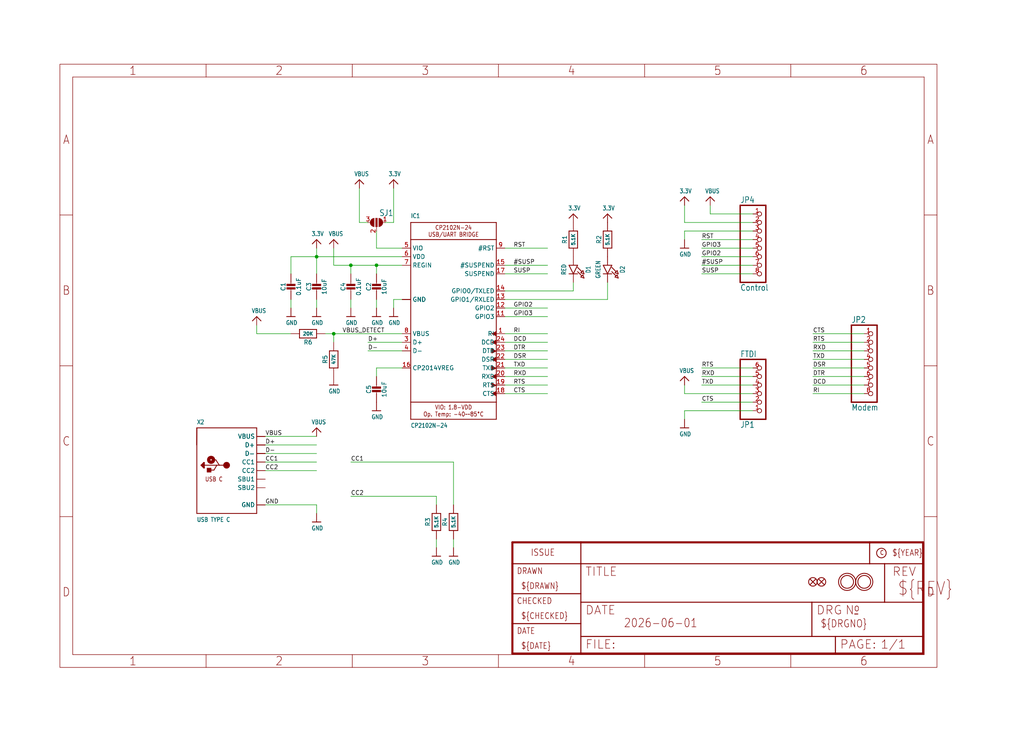
<source format=kicad_sch>
(kicad_sch (version 20230121) (generator eeschema)
  (paper "User" 303.962 217.322)
  (lib_symbols
    (symbol "working-eagle-import:3.3V" (power)
      (property "Value" "3.3V" (at -1.524 1.016 0))
      (symbol "3.3V_1_0"
        (polyline (pts (xy -1.27 -1.27) (xy 0 0)) (stroke (width 0.254)))
        (polyline (pts (xy 0 0) (xy 1.27 -1.27)) (stroke (width 0.254)))
        (pin power_in line (at 0 -2.54 90) (length 2.54) (name "3.3V") (number "1"))
      )
    )
    (symbol "working-eagle-import:CAP_CERAMIC0603_NO"
      (property "Reference" "C" (at -2.29 1.25 90))
      (symbol "CAP_CERAMIC0603_NO_1_0"
        (rectangle (start -1.27 0.508) (end 1.27 1.016) (fill (type outline)))
        (rectangle (start -1.27 1.524) (end 1.27 2.032) (fill (type outline)))
        (polyline (pts (xy 0 0.762) (xy 0 0)) (stroke (width 0.1524)))
        (polyline (pts (xy 0 2.54) (xy 0 1.778)) (stroke (width 0.1524)))
        (pin passive line (at 0 5.08 270) (length 2.54) (name "1") (number "1"))
        (pin passive line (at 0 -2.54 90) (length 2.54) (name "2") (number "2"))
      )
    )
    (symbol "working-eagle-import:CAP_CERAMIC0805-NOOUTLINE"
      (property "Reference" "C" (at -2.29 1.25 90))
      (symbol "CAP_CERAMIC0805-NOOUTLINE_1_0"
        (rectangle (start -1.27 0.508) (end 1.27 1.016) (fill (type outline)))
        (rectangle (start -1.27 1.524) (end 1.27 2.032) (fill (type outline)))
        (polyline (pts (xy 0 0.762) (xy 0 0)) (stroke (width 0.1524)))
        (polyline (pts (xy 0 2.54) (xy 0 1.778)) (stroke (width 0.1524)))
        (pin passive line (at 0 5.08 270) (length 2.54) (name "1") (number "1"))
        (pin passive line (at 0 -2.54 90) (length 2.54) (name "2") (number "2"))
      )
    )
    (symbol "working-eagle-import:CP2102N-24"
      (property "Reference" "IC" (at -12.7 29.21 0))
      (symbol "CP2102N-24_1_0"
        (polyline (pts (xy -12.7 -30.48) (xy 12.7 -30.48)) (stroke (width 0.254)))
        (polyline (pts (xy -12.7 -25.4) (xy -12.7 -30.48)) (stroke (width 0.254)))
        (polyline (pts (xy -12.7 -25.4) (xy -12.7 22.86)) (stroke (width 0.254)))
        (polyline (pts (xy -12.7 22.86) (xy -12.7 27.94)) (stroke (width 0.254)))
        (polyline (pts (xy -12.7 22.86) (xy 12.7 22.86)) (stroke (width 0.254)))
        (polyline (pts (xy -12.7 27.94) (xy 12.7 27.94)) (stroke (width 0.254)))
        (polyline (pts (xy 12.7 -30.48) (xy 12.7 -25.4)) (stroke (width 0.254)))
        (polyline (pts (xy 12.7 -25.4) (xy -12.7 -25.4)) (stroke (width 0.254)))
        (polyline (pts (xy 12.7 22.86) (xy 12.7 -25.4)) (stroke (width 0.254)))
        (polyline (pts (xy 12.7 27.94) (xy 12.7 22.86)) (stroke (width 0.254)))
        (polyline (pts (xy 11.43 -19.685) (xy 11.43 -20.955) (xy 12.7 -20.32)) (stroke (width 0.254)) (fill (type outline)))
        (polyline (pts (xy 11.43 -14.605) (xy 11.43 -15.875) (xy 12.7 -15.24)) (stroke (width 0.254)) (fill (type outline)))
        (polyline (pts (xy 11.43 -9.525) (xy 11.43 -10.795) (xy 12.7 -10.16)) (stroke (width 0.254)) (fill (type outline)))
        (polyline (pts (xy 12.7 -22.225) (xy 11.43 -22.86) (xy 12.7 -23.495)) (stroke (width 0.254)) (fill (type outline)))
        (polyline (pts (xy 12.7 -17.145) (xy 11.43 -17.78) (xy 12.7 -18.415)) (stroke (width 0.254)) (fill (type outline)))
        (polyline (pts (xy 12.7 -12.065) (xy 11.43 -12.7) (xy 12.7 -13.335)) (stroke (width 0.254)) (fill (type outline)))
        (polyline (pts (xy 12.7 -6.985) (xy 11.43 -7.62) (xy 12.7 -8.255)) (stroke (width 0.254)) (fill (type outline)))
        (polyline (pts (xy 12.7 -4.445) (xy 11.43 -5.08) (xy 12.7 -5.715)) (stroke (width 0.254)) (fill (type outline)))
        (text "CP2102N-24\nUSB/UART BRIDGE" (at 0 25.4 0) (effects (font (size 1.27 1.0795))))
        (text "VIO: 1.8-VDD\nOp. Temp: -40~~85°C" (at 0 -27.94 0) (effects (font (size 1.27 1.0795))))
        (pin input line (at 15.24 -5.08 180) (length 2.54) (name "RI") (number "1"))
        (pin bidirectional line (at 15.24 0 180) (length 2.54) (name "GPIO3") (number "11"))
        (pin bidirectional line (at 15.24 2.54 180) (length 2.54) (name "GPIO2") (number "12"))
        (pin bidirectional line (at 15.24 5.08 180) (length 2.54) (name "GPIO1/RXLED") (number "13"))
        (pin bidirectional line (at 15.24 7.62 180) (length 2.54) (name "GPIO0/TXLED") (number "14"))
        (pin output line (at 15.24 15.24 180) (length 2.54) (name "#SUSPEND") (number "15"))
        (pin passive line (at -15.24 -15.24 0) (length 2.54) (name "CP2014VREG") (number "16"))
        (pin output line (at 15.24 12.7 180) (length 2.54) (name "SUSPEND") (number "17"))
        (pin input line (at 15.24 -22.86 180) (length 2.54) (name "CTS") (number "18"))
        (pin output line (at 15.24 -20.32 180) (length 2.54) (name "RTS") (number "19"))
        (pin power_in line (at -15.24 5.08 0) (length 2.54) (name "GND") (number "2"))
        (pin input line (at 15.24 -17.78 180) (length 2.54) (name "RXD") (number "20"))
        (pin output line (at 15.24 -15.24 180) (length 2.54) (name "TXD") (number "21"))
        (pin input line (at 15.24 -12.7 180) (length 2.54) (name "DSR") (number "22"))
        (pin output line (at 15.24 -10.16 180) (length 2.54) (name "DTR") (number "23"))
        (pin input line (at 15.24 -7.62 180) (length 2.54) (name "DCD") (number "24"))
        (pin bidirectional line (at -15.24 -7.62 0) (length 2.54) (name "D+") (number "3"))
        (pin bidirectional line (at -15.24 -10.16 0) (length 2.54) (name "D-") (number "4"))
        (pin power_in line (at -15.24 20.32 0) (length 2.54) (name "VIO") (number "5"))
        (pin power_in line (at -15.24 17.78 0) (length 2.54) (name "VDD") (number "6"))
        (pin power_in line (at -15.24 15.24 0) (length 2.54) (name "REGIN") (number "7"))
        (pin power_in line (at -15.24 -5.08 0) (length 2.54) (name "VBUS") (number "8"))
        (pin bidirectional line (at 15.24 20.32 180) (length 2.54) (name "#RST") (number "9"))
        (pin power_in line (at -15.24 5.08 0) (length 2.54) (name "GND") (number "THERM"))
      )
    )
    (symbol "working-eagle-import:FIDUCIAL_1MM"
      (symbol "FIDUCIAL_1MM_1_0"
        (polyline (pts (xy -0.762 0.762) (xy 0.762 -0.762)) (stroke (width 0.254)))
        (polyline (pts (xy 0.762 0.762) (xy -0.762 -0.762)) (stroke (width 0.254)))
        (circle (center 0 0) (radius 1.27) (stroke (width 0.254)))
      )
    )
    (symbol "working-eagle-import:FRAME_A4"
      (symbol "FRAME_A4_1_0"
        (polyline (pts (xy 0 44.7675) (xy 3.81 44.7675)))
        (polyline (pts (xy 0 89.535) (xy 3.81 89.535)))
        (polyline (pts (xy 0 134.3025) (xy 3.81 134.3025)))
        (polyline (pts (xy 3.81 3.81) (xy 3.81 175.26)))
        (polyline (pts (xy 43.3917 0) (xy 43.3917 3.81)))
        (polyline (pts (xy 43.3917 175.26) (xy 43.3917 179.07)))
        (polyline (pts (xy 86.7833 0) (xy 86.7833 3.81)))
        (polyline (pts (xy 86.7833 175.26) (xy 86.7833 179.07)))
        (polyline (pts (xy 130.175 0) (xy 130.175 3.81)))
        (polyline (pts (xy 130.175 175.26) (xy 130.175 179.07)))
        (polyline (pts (xy 173.5667 0) (xy 173.5667 3.81)))
        (polyline (pts (xy 173.5667 175.26) (xy 173.5667 179.07)))
        (polyline (pts (xy 216.9583 0) (xy 216.9583 3.81)))
        (polyline (pts (xy 216.9583 175.26) (xy 216.9583 179.07)))
        (polyline (pts (xy 256.54 3.81) (xy 3.81 3.81)))
        (polyline (pts (xy 256.54 3.81) (xy 256.54 8.89)) (stroke (width 0.1016)))
        (polyline (pts (xy 256.54 3.81) (xy 256.54 175.26)))
        (polyline (pts (xy 256.54 8.89) (xy 256.54 13.97)) (stroke (width 0.1016)))
        (polyline (pts (xy 256.54 13.97) (xy 256.54 19.05)) (stroke (width 0.1016)))
        (polyline (pts (xy 256.54 19.05) (xy 256.54 36.83)) (stroke (width 0.1016)))
        (polyline (pts (xy 256.54 44.7675) (xy 260.35 44.7675)))
        (polyline (pts (xy 256.54 89.535) (xy 260.35 89.535)))
        (polyline (pts (xy 256.54 134.3025) (xy 260.35 134.3025)))
        (polyline (pts (xy 256.54 175.26) (xy 3.81 175.26)))
        (polyline (pts (xy 0 0) (xy 260.35 0) (xy 260.35 179.07) (xy 0 179.07) (xy 0 0)))
        (text "1" (at 21.6958 1.905 0) (effects (font (size 2.54 2.286))))
        (text "1" (at 21.6958 177.165 0) (effects (font (size 2.54 2.286))))
        (text "2" (at 65.0875 1.905 0) (effects (font (size 2.54 2.286))))
        (text "2" (at 65.0875 177.165 0) (effects (font (size 2.54 2.286))))
        (text "3" (at 108.4792 1.905 0) (effects (font (size 2.54 2.286))))
        (text "3" (at 108.4792 177.165 0) (effects (font (size 2.54 2.286))))
        (text "4" (at 151.8708 1.905 0) (effects (font (size 2.54 2.286))))
        (text "4" (at 151.8708 177.165 0) (effects (font (size 2.54 2.286))))
        (text "5" (at 195.2625 1.905 0) (effects (font (size 2.54 2.286))))
        (text "5" (at 195.2625 177.165 0) (effects (font (size 2.54 2.286))))
        (text "6" (at 238.6542 1.905 0) (effects (font (size 2.54 2.286))))
        (text "6" (at 238.6542 177.165 0) (effects (font (size 2.54 2.286))))
        (text "A" (at 1.905 156.6863 0) (effects (font (size 2.54 2.286))))
        (text "A" (at 258.445 156.6863 0) (effects (font (size 2.54 2.286))))
        (text "B" (at 1.905 111.9188 0) (effects (font (size 2.54 2.286))))
        (text "B" (at 258.445 111.9188 0) (effects (font (size 2.54 2.286))))
        (text "C" (at 1.905 67.1513 0) (effects (font (size 2.54 2.286))))
        (text "C" (at 258.445 67.1513 0) (effects (font (size 2.54 2.286))))
        (text "D" (at 1.905 22.3838 0) (effects (font (size 2.54 2.286))))
        (text "D" (at 258.445 22.3838 0) (effects (font (size 2.54 2.286))))
      )
      (symbol "FRAME_A4_2_0"
        (polyline (pts (xy -0.3048 1.5748) (xy 20.0152 1.5748)) (stroke (width 0.6096)))
        (polyline (pts (xy -0.3048 10.4648) (xy -0.3048 1.5748)) (stroke (width 0.6096)))
        (polyline (pts (xy -0.3048 10.4648) (xy 20.0152 10.4648)) (stroke (width 0.3048)))
        (polyline (pts (xy -0.3048 19.3548) (xy -0.3048 10.4648)) (stroke (width 0.6096)))
        (polyline (pts (xy -0.3048 19.3548) (xy 20.0152 19.3548)) (stroke (width 0.3048)))
        (polyline (pts (xy -0.3048 28.2448) (xy -0.3048 19.3548)) (stroke (width 0.6096)))
        (polyline (pts (xy -0.3048 28.2448) (xy 20.0152 28.2448)) (stroke (width 0.3048)))
        (polyline (pts (xy -0.3048 34.5948) (xy -0.3048 28.2448)) (stroke (width 0.6096)))
        (polyline (pts (xy 20.0152 1.5748) (xy 20.0152 6.6548)) (stroke (width 0.3048)))
        (polyline (pts (xy 20.0152 1.5748) (xy 95.5802 1.5748)) (stroke (width 0.6096)))
        (polyline (pts (xy 20.0152 6.6548) (xy 20.0152 10.4648)) (stroke (width 0.3048)))
        (polyline (pts (xy 20.0152 6.6548) (xy 88.5952 6.6548)) (stroke (width 0.3048)))
        (polyline (pts (xy 20.0152 10.4648) (xy 20.0152 16.8148)) (stroke (width 0.3048)))
        (polyline (pts (xy 20.0152 16.8148) (xy 20.0152 19.3548)) (stroke (width 0.3048)))
        (polyline (pts (xy 20.0152 19.3548) (xy 20.0152 28.2448)) (stroke (width 0.3048)))
        (polyline (pts (xy 20.0152 28.2448) (xy 20.0152 34.5948)) (stroke (width 0.3048)))
        (polyline (pts (xy 20.0152 28.2448) (xy 105.7402 28.2448)) (stroke (width 0.3048)))
        (polyline (pts (xy 20.0152 34.5948) (xy -0.3048 34.5948)) (stroke (width 0.6096)))
        (polyline (pts (xy 88.5952 6.6548) (xy 95.5802 6.6548)) (stroke (width 0.3048)))
        (polyline (pts (xy 88.5952 16.8148) (xy 20.0152 16.8148)) (stroke (width 0.3048)))
        (polyline (pts (xy 88.5952 16.8148) (xy 88.5952 6.6548)) (stroke (width 0.3048)))
        (polyline (pts (xy 95.5802 1.5748) (xy 121.6152 1.5748)) (stroke (width 0.6096)))
        (polyline (pts (xy 95.5802 6.6548) (xy 95.5802 1.5748)) (stroke (width 0.3048)))
        (polyline (pts (xy 95.5802 6.6548) (xy 121.6152 6.6548)) (stroke (width 0.3048)))
        (polyline (pts (xy 101.2952 13.3223) (xy 102.2477 13.3223)) (stroke (width 0.254)))
        (polyline (pts (xy 105.7402 28.2448) (xy 105.7402 34.5948)) (stroke (width 0.3048)))
        (polyline (pts (xy 105.7402 28.2448) (xy 110.1852 28.2448)) (stroke (width 0.3048)))
        (polyline (pts (xy 105.7402 34.5948) (xy 20.0152 34.5948)) (stroke (width 0.6096)))
        (polyline (pts (xy 110.1852 16.8148) (xy 88.5952 16.8148)) (stroke (width 0.3048)))
        (polyline (pts (xy 110.1852 28.2448) (xy 110.1852 16.8148)) (stroke (width 0.3048)))
        (polyline (pts (xy 110.1852 28.2448) (xy 121.6152 28.2448)) (stroke (width 0.3048)))
        (polyline (pts (xy 121.6152 6.6548) (xy 121.6152 1.5748)) (stroke (width 0.6096)))
        (polyline (pts (xy 121.6152 16.8148) (xy 110.1852 16.8148)) (stroke (width 0.3048)))
        (polyline (pts (xy 121.6152 16.8148) (xy 121.6152 6.6548)) (stroke (width 0.6096)))
        (polyline (pts (xy 121.6152 28.2448) (xy 121.6152 16.8148)) (stroke (width 0.6096)))
        (polyline (pts (xy 121.6152 34.5948) (xy 105.7402 34.5948)) (stroke (width 0.6096)))
        (polyline (pts (xy 121.6152 34.5948) (xy 121.6152 28.2448)) (stroke (width 0.6096)))
        (circle (center 109.2327 31.4198) (radius 1.4199) (stroke (width 0.254)))
        (text "${#}/${##}" (at 108.9152 2.8448 0) (effects (font (size 2.54 2.54)) (justify left bottom)))
        (text "${CHECKED}" (at 2.2352 11.7348 0) (effects (font (size 1.778 1.5113)) (justify left bottom)))
        (text "${COMPANY}" (at 23.349 29.6735 0) (effects (font (size 3.175 2.6987) (thickness 0.5397) bold) (justify left bottom)))
        (text "${CURRENT_DATE}" (at 32.7152 9.1948 0) (effects (font (size 2.54 2.159)) (justify left bottom)))
        (text "${DATE}" (at 2.2352 2.8448 0) (effects (font (size 1.778 1.5113)) (justify left bottom)))
        (text "${DRAWN}" (at 2.2352 20.6248 0) (effects (font (size 1.778 1.5113)) (justify left bottom)))
        (text "${DRGNO}" (at 91.1352 9.1948 0) (effects (font (size 2.1844 1.8567)) (justify left bottom)))
        (text "${PROJECTNAME}" (at 33.0327 2.8448 0) (effects (font (size 2.54 2.159)) (justify left bottom)))
        (text "${REV}" (at 113.9952 18.7198 0) (effects (font (size 3.81 3.2385)) (justify left bottom)))
        (text "${YEAR}" (at 112.4077 30.4673 0) (effects (font (size 1.778 1.5113)) (justify left bottom)))
        (text "C" (at 108.7564 30.7848 0) (effects (font (size 1.27 1.0795)) (justify left bottom)))
        (text "CHECKED" (at 0.9652 16.1798 0) (effects (font (size 1.778 1.5113)) (justify left bottom)))
        (text "DATE" (at 0.9652 7.2898 0) (effects (font (size 1.778 1.5113)) (justify left bottom)))
        (text "DATE" (at 21.2852 13.0048 0) (effects (font (size 2.54 2.54)) (justify left bottom)))
        (text "DRAWN" (at 0.9652 25.0698 0) (effects (font (size 1.778 1.5113)) (justify left bottom)))
        (text "DRG" (at 89.8652 13.0048 0) (effects (font (size 2.54 2.54)) (justify left bottom)))
        (text "FILE:" (at 21.2852 2.8448 0) (effects (font (size 2.54 2.54)) (justify left bottom)))
        (text "ISSUE" (at 5.0927 30.4673 0) (effects (font (size 1.9304 1.6408)) (justify left bottom)))
        (text "N" (at 98.4377 13.0048 0) (effects (font (size 2.54 2.54)) (justify left bottom)))
        (text "o" (at 100.9777 13.9573 0) (effects (font (size 2.1844 1.8567)) (justify left bottom)))
        (text "PAGE:" (at 96.8502 2.8448 0) (effects (font (size 2.54 2.54)) (justify left bottom)))
        (text "REV" (at 112.4077 24.4348 0) (effects (font (size 2.54 2.54)) (justify left bottom)))
        (text "TITLE" (at 21.2852 24.4348 0) (effects (font (size 2.54 2.54)) (justify left bottom)))
      )
    )
    (symbol "working-eagle-import:GND" (power)
      (property "Value" "GND" (at -1.524 -2.54 0))
      (symbol "GND_1_0"
        (polyline (pts (xy -1.27 0) (xy 1.27 0)) (stroke (width 0.254)))
        (pin power_in line (at 0 2.54 270) (length 2.54) (name "GND") (number "1"))
      )
    )
    (symbol "working-eagle-import:HEADER-1X676MIL"
      (property "Reference" "JP" (at -6.35 10.795 0))
      (symbol "HEADER-1X676MIL_1_0"
        (polyline (pts (xy -6.35 -7.62) (xy 1.27 -7.62)) (stroke (width 0.4064)))
        (polyline (pts (xy -6.35 10.16) (xy -6.35 -7.62)) (stroke (width 0.4064)))
        (polyline (pts (xy 1.27 -7.62) (xy 1.27 10.16)) (stroke (width 0.4064)))
        (polyline (pts (xy 1.27 10.16) (xy -6.35 10.16)) (stroke (width 0.4064)))
        (pin passive inverted (at -2.54 7.62 0) (length 2.54) (name "1") (number "1"))
        (pin passive inverted (at -2.54 5.08 0) (length 2.54) (name "2") (number "2"))
        (pin passive inverted (at -2.54 2.54 0) (length 2.54) (name "3") (number "3"))
        (pin passive inverted (at -2.54 0 0) (length 2.54) (name "4") (number "4"))
        (pin passive inverted (at -2.54 -2.54 0) (length 2.54) (name "5") (number "5"))
        (pin passive inverted (at -2.54 -5.08 0) (length 2.54) (name "6") (number "6"))
      )
    )
    (symbol "working-eagle-import:HEADER-1X870MIL"
      (property "Reference" "JP" (at -6.35 13.335 0))
      (symbol "HEADER-1X870MIL_1_0"
        (polyline (pts (xy -6.35 -10.16) (xy 1.27 -10.16)) (stroke (width 0.4064)))
        (polyline (pts (xy -6.35 12.7) (xy -6.35 -10.16)) (stroke (width 0.4064)))
        (polyline (pts (xy 1.27 -10.16) (xy 1.27 12.7)) (stroke (width 0.4064)))
        (polyline (pts (xy 1.27 12.7) (xy -6.35 12.7)) (stroke (width 0.4064)))
        (pin passive inverted (at -2.54 10.16 0) (length 2.54) (name "1") (number "1"))
        (pin passive inverted (at -2.54 7.62 0) (length 2.54) (name "2") (number "2"))
        (pin passive inverted (at -2.54 5.08 0) (length 2.54) (name "3") (number "3"))
        (pin passive inverted (at -2.54 2.54 0) (length 2.54) (name "4") (number "4"))
        (pin passive inverted (at -2.54 0 0) (length 2.54) (name "5") (number "5"))
        (pin passive inverted (at -2.54 -2.54 0) (length 2.54) (name "6") (number "6"))
        (pin passive inverted (at -2.54 -5.08 0) (length 2.54) (name "7") (number "7"))
        (pin passive inverted (at -2.54 -7.62 0) (length 2.54) (name "8") (number "8"))
      )
    )
    (symbol "working-eagle-import:LED0603_NOOUTLINE"
      (property "Reference" "D" (at -1.27 4.445 0))
      (symbol "LED0603_NOOUTLINE_1_0"
        (polyline (pts (xy -2.54 -1.27) (xy 0 0)) (stroke (width 0.254)))
        (polyline (pts (xy -2.54 1.27) (xy -2.54 -1.27)) (stroke (width 0.254)))
        (polyline (pts (xy -1.905 1.27) (xy -0.635 2.54)) (stroke (width 0.254)))
        (polyline (pts (xy -0.9525 2.8575) (xy -0.3175 2.2225)) (stroke (width 0.254)))
        (polyline (pts (xy -0.635 1.27) (xy 0.635 2.54)) (stroke (width 0.254)))
        (polyline (pts (xy -0.3175 2.2225) (xy 0 3.175)) (stroke (width 0.254)))
        (polyline (pts (xy 0 0) (xy -2.54 1.27)) (stroke (width 0.254)))
        (polyline (pts (xy 0 0) (xy 0 -1.27)) (stroke (width 0.254)))
        (polyline (pts (xy 0 1.27) (xy 0 0)) (stroke (width 0.254)))
        (polyline (pts (xy 0 3.175) (xy -0.9525 2.8575)) (stroke (width 0.254)))
        (polyline (pts (xy 0.3175 2.8575) (xy 0.9525 2.2225)) (stroke (width 0.254)))
        (polyline (pts (xy 0.9525 2.2225) (xy 1.27 3.175)) (stroke (width 0.254)))
        (polyline (pts (xy 1.27 3.175) (xy 0.3175 2.8575)) (stroke (width 0.254)))
        (pin passive line (at -5.08 0 0) (length 2.54) (name "A") (number "A"))
        (pin passive line (at 2.54 0 180) (length 2.54) (name "C") (number "C"))
      )
    )
    (symbol "working-eagle-import:MOUNTINGHOLE2.5"
      (symbol "MOUNTINGHOLE2.5_1_0"
        (circle (center 0 0) (radius 1.905) (stroke (width 0.254)))
        (circle (center 0 0) (radius 2.54) (stroke (width 0.254)))
      )
    )
    (symbol "working-eagle-import:RESISTOR_0603_NOOUT"
      (property "Reference" "R" (at 0 2.54 0))
      (symbol "RESISTOR_0603_NOOUT_1_0"
        (polyline (pts (xy -2.54 -1.27) (xy -2.54 1.27)) (stroke (width 0.254)))
        (polyline (pts (xy -2.54 1.27) (xy 2.54 1.27)) (stroke (width 0.254)))
        (polyline (pts (xy 2.54 -1.27) (xy -2.54 -1.27)) (stroke (width 0.254)))
        (polyline (pts (xy 2.54 1.27) (xy 2.54 -1.27)) (stroke (width 0.254)))
        (pin passive line (at -5.08 0 0) (length 2.54) (name "1") (number "1"))
        (pin passive line (at 5.08 0 180) (length 2.54) (name "2") (number "2"))
      )
    )
    (symbol "working-eagle-import:SOLDERJUMPER_2WAY"
      (property "Reference" "SJ" (at -5.08 -3.81 0))
      (symbol "SOLDERJUMPER_2WAY_1_0"
        (arc (start -0.635 1.27) (mid -1.8995 0) (end -0.635 -1.27) (stroke (width 0.0001)) (fill (type outline)))
        (rectangle (start -0.254 -1.27) (end 0.254 1.27) (fill (type outline)))
        (polyline (pts (xy -2.54 0) (xy -1.651 0)) (stroke (width 0.1524)))
        (polyline (pts (xy 0 2.54) (xy 0 0.381)) (stroke (width 0.1524)))
        (polyline (pts (xy 2.54 0) (xy 1.651 0)) (stroke (width 0.1524)))
        (arc (start 0.635 -1.27) (mid 1.8995 0) (end 0.635 1.27) (stroke (width 0.0001)) (fill (type outline)))
        (pin passive line (at -2.54 0 0) (length 0) (name "1") (number "1"))
        (pin passive line (at 0 2.54 270) (length 0) (name "2") (number "2"))
        (pin passive line (at 2.54 0 180) (length 0) (name "3") (number "3"))
      )
    )
    (symbol "working-eagle-import:USB_C"
      (property "Reference" "X" (at -10.16 13.716 0))
      (symbol "USB_C_1_0"
        (rectangle (start -7.12 -0.45) (end -5.92 0.75) (fill (type outline)))
        (circle (center -5.92 3.2) (radius 0.2) (stroke (width 1)))
        (circle (center -1.32 1.6) (radius 0.5) (stroke (width 1)))
        (polyline (pts (xy -10.2 7.62) (xy -10.16 12.7)) (stroke (width 0.254)))
        (polyline (pts (xy -10.16 -12.7) (xy 7.62 -12.7)) (stroke (width 0.254)))
        (polyline (pts (xy -10.16 12.7) (xy -10.16 -12.7)) (stroke (width 0.254)))
        (polyline (pts (xy -10.16 12.7) (xy 7.62 12.7)) (stroke (width 0.254)))
        (polyline (pts (xy -8.92 1.6) (xy -8.12 2.4)) (stroke (width 0.254)))
        (polyline (pts (xy -8.52 1.4) (xy -8.32 1.2)) (stroke (width 0.254)))
        (polyline (pts (xy -8.52 1.6) (xy -8.52 1.4)) (stroke (width 0.254)))
        (polyline (pts (xy -8.32 1.2) (xy -8.32 2)) (stroke (width 0.254)))
        (polyline (pts (xy -8.32 2) (xy -8.72 1.6)) (stroke (width 0.254)))
        (polyline (pts (xy -8.12 0.8) (xy -8.92 1.6)) (stroke (width 0.254)))
        (polyline (pts (xy -8.12 1) (xy -8.12 2.4)) (stroke (width 0.254)))
        (polyline (pts (xy -8.12 2.4) (xy -7.92 2.4)) (stroke (width 0.254)))
        (polyline (pts (xy -7.92 0.8) (xy -8.12 0.8)) (stroke (width 0.254)))
        (polyline (pts (xy -7.92 1.6) (xy -7.92 0.8)) (stroke (width 0.254)))
        (polyline (pts (xy -7.92 2.4) (xy -7.92 1.6)) (stroke (width 0.254)))
        (polyline (pts (xy -6.27 0.15) (xy -5.07 0.15)) (stroke (width 0.254)))
        (polyline (pts (xy -5.52 3.2) (xy -4.52 3.2)) (stroke (width 0.254)))
        (polyline (pts (xy -5.07 0.15) (xy -4.22 1.6)) (stroke (width 0.254)))
        (polyline (pts (xy -4.52 3.2) (xy -3.47 1.6)) (stroke (width 0.254)))
        (polyline (pts (xy -4.22 1.6) (xy -7.92 1.6)) (stroke (width 0.254)))
        (polyline (pts (xy -3.47 1.6) (xy -4.22 1.6)) (stroke (width 0.254)))
        (polyline (pts (xy -1.32 1.6) (xy -3.47 1.6)) (stroke (width 0.254)))
        (polyline (pts (xy 7.62 12.7) (xy 7.62 -12.7)) (stroke (width 0.254)))
        (text "USB C" (at -5.08 -2.54 0) (effects (font (size 1.27 1.0795))))
        (pin power_in line (at 10.16 -10.16 180) (length 2.54) (name "GND") (number "A1B12"))
        (pin power_in line (at 10.16 10.16 180) (length 2.54) (name "VBUS") (number "A4B9"))
        (pin bidirectional line (at 10.16 2.54 180) (length 2.54) (name "CC1") (number "A5"))
        (pin bidirectional line (at 10.16 7.62 180) (length 2.54) (name "D+") (number "A6"))
        (pin bidirectional line (at 10.16 5.08 180) (length 2.54) (name "D-") (number "A7"))
        (pin bidirectional line (at 10.16 -2.54 180) (length 2.54) (name "SBU1") (number "A8"))
        (pin power_in line (at 10.16 -10.16 180) (length 2.54) (name "GND") (number "B1A12"))
        (pin power_in line (at 10.16 10.16 180) (length 2.54) (name "VBUS") (number "B4A9"))
        (pin bidirectional line (at 10.16 0 180) (length 2.54) (name "CC2") (number "B5"))
        (pin bidirectional line (at 10.16 7.62 180) (length 2.54) (name "D+") (number "B6"))
        (pin bidirectional line (at 10.16 5.08 180) (length 2.54) (name "D-") (number "B7"))
        (pin bidirectional line (at 10.16 -5.08 180) (length 2.54) (name "SBU2") (number "B8"))
      )
    )
    (symbol "working-eagle-import:VBUS" (power)
      (property "Value" "VBUS" (at -1.524 1.016 0))
      (symbol "VBUS_1_0"
        (polyline (pts (xy -1.27 -1.27) (xy 0 0)) (stroke (width 0.254)))
        (polyline (pts (xy 0 0) (xy 1.27 -1.27)) (stroke (width 0.254)))
        (pin power_in line (at 0 -2.54 90) (length 2.54) (name "VBUS") (number "1"))
      )
    )
  )
  (junction (at 104.14 78.74))
  (junction (at 93.98 76.2))
  (junction (at 99.06 99.06))
  (junction (at 111.76 78.74))
  (wire (pts (xy 119.38 109.22) (xy 111.76 109.22)) (stroke (width 0.1524)))
  (wire (pts (xy 149.86 88.9) (xy 180.34 88.9)) (stroke (width 0.1524)))
  (wire (pts (xy 208.28 76.2) (xy 223.52 76.2)) (stroke (width 0.1524)))
  (wire (pts (xy 104.14 147.32) (xy 129.54 147.32)) (stroke (width 0.1524)))
  (wire (pts (xy 116.84 55.88) (xy 116.84 66.04)) (stroke (width 0.1524)))
  (wire (pts (xy 241.3 104.14) (xy 256.54 104.14)) (stroke (width 0.1524)))
  (wire (pts (xy 241.3 116.84) (xy 256.54 116.84)) (stroke (width 0.1524)))
  (wire (pts (xy 119.38 99.06) (xy 99.06 99.06)) (stroke (width 0.1524)))
  (wire (pts (xy 149.86 99.06) (xy 162.56 99.06)) (stroke (width 0.1524)))
  (wire (pts (xy 119.38 78.74) (xy 111.76 78.74)) (stroke (width 0.1524)))
  (wire (pts (xy 99.06 78.74) (xy 99.06 73.66)) (stroke (width 0.1524)))
  (wire (pts (xy 208.28 114.3) (xy 223.52 114.3)) (stroke (width 0.1524)))
  (wire (pts (xy 208.28 81.28) (xy 223.52 81.28)) (stroke (width 0.1524)))
  (wire (pts (xy 223.52 121.92) (xy 203.2 121.92)) (stroke (width 0.1524)))
  (wire (pts (xy 99.06 99.06) (xy 96.52 99.06)) (stroke (width 0.1524)))
  (wire (pts (xy 104.14 78.74) (xy 99.06 78.74)) (stroke (width 0.1524)))
  (wire (pts (xy 129.54 160.02) (xy 129.54 162.56)) (stroke (width 0.1524)))
  (wire (pts (xy 208.28 71.12) (xy 223.52 71.12)) (stroke (width 0.1524)))
  (wire (pts (xy 119.38 76.2) (xy 93.98 76.2)) (stroke (width 0.1524)))
  (wire (pts (xy 78.74 139.7) (xy 93.98 139.7)) (stroke (width 0.1524)))
  (wire (pts (xy 223.52 68.58) (xy 203.2 68.58)) (stroke (width 0.1524)))
  (wire (pts (xy 78.74 132.08) (xy 93.98 132.08)) (stroke (width 0.1524)))
  (wire (pts (xy 223.52 109.22) (xy 208.28 109.22)) (stroke (width 0.1524)))
  (wire (pts (xy 116.84 66.04) (xy 114.3 66.04)) (stroke (width 0.1524)))
  (wire (pts (xy 104.14 78.74) (xy 104.14 81.28)) (stroke (width 0.1524)))
  (wire (pts (xy 76.2 99.06) (xy 76.2 96.52)) (stroke (width 0.1524)))
  (wire (pts (xy 149.86 78.74) (xy 162.56 78.74)) (stroke (width 0.1524)))
  (wire (pts (xy 162.56 111.76) (xy 149.86 111.76)) (stroke (width 0.1524)))
  (wire (pts (xy 256.54 101.6) (xy 241.3 101.6)) (stroke (width 0.1524)))
  (wire (pts (xy 111.76 88.9) (xy 111.76 91.44)) (stroke (width 0.1524)))
  (wire (pts (xy 149.86 86.36) (xy 170.18 86.36)) (stroke (width 0.1524)))
  (wire (pts (xy 149.86 109.22) (xy 162.56 109.22)) (stroke (width 0.1524)))
  (wire (pts (xy 134.62 137.16) (xy 134.62 149.86)) (stroke (width 0.1524)))
  (wire (pts (xy 116.84 88.9) (xy 116.84 91.44)) (stroke (width 0.1524)))
  (wire (pts (xy 109.22 104.14) (xy 119.38 104.14)) (stroke (width 0.1524)))
  (wire (pts (xy 111.76 78.74) (xy 104.14 78.74)) (stroke (width 0.1524)))
  (wire (pts (xy 93.98 76.2) (xy 93.98 73.66)) (stroke (width 0.1524)))
  (wire (pts (xy 86.36 88.9) (xy 86.36 91.44)) (stroke (width 0.1524)))
  (wire (pts (xy 162.56 114.3) (xy 149.86 114.3)) (stroke (width 0.1524)))
  (wire (pts (xy 93.98 149.86) (xy 78.74 149.86)) (stroke (width 0.1524)))
  (wire (pts (xy 111.76 73.66) (xy 111.76 68.58)) (stroke (width 0.1524)))
  (wire (pts (xy 170.18 86.36) (xy 170.18 83.82)) (stroke (width 0.1524)))
  (wire (pts (xy 223.52 111.76) (xy 208.28 111.76)) (stroke (width 0.1524)))
  (wire (pts (xy 93.98 76.2) (xy 93.98 81.28)) (stroke (width 0.1524)))
  (wire (pts (xy 78.74 137.16) (xy 93.98 137.16)) (stroke (width 0.1524)))
  (wire (pts (xy 203.2 121.92) (xy 203.2 124.46)) (stroke (width 0.1524)))
  (wire (pts (xy 149.86 101.6) (xy 162.56 101.6)) (stroke (width 0.1524)))
  (wire (pts (xy 86.36 76.2) (xy 86.36 81.28)) (stroke (width 0.1524)))
  (wire (pts (xy 149.86 73.66) (xy 162.56 73.66)) (stroke (width 0.1524)))
  (wire (pts (xy 119.38 88.9) (xy 116.84 88.9)) (stroke (width 0.1524)))
  (wire (pts (xy 241.3 109.22) (xy 256.54 109.22)) (stroke (width 0.1524)))
  (wire (pts (xy 223.52 78.74) (xy 208.28 78.74)) (stroke (width 0.1524)))
  (wire (pts (xy 129.54 147.32) (xy 129.54 149.86)) (stroke (width 0.1524)))
  (wire (pts (xy 162.56 116.84) (xy 149.86 116.84)) (stroke (width 0.1524)))
  (wire (pts (xy 149.86 81.28) (xy 162.56 81.28)) (stroke (width 0.1524)))
  (wire (pts (xy 223.52 116.84) (xy 203.2 116.84)) (stroke (width 0.1524)))
  (wire (pts (xy 104.14 88.9) (xy 104.14 91.44)) (stroke (width 0.1524)))
  (wire (pts (xy 203.2 68.58) (xy 203.2 71.12)) (stroke (width 0.1524)))
  (wire (pts (xy 149.86 104.14) (xy 162.56 104.14)) (stroke (width 0.1524)))
  (wire (pts (xy 104.14 137.16) (xy 134.62 137.16)) (stroke (width 0.1524)))
  (wire (pts (xy 203.2 66.04) (xy 203.2 60.96)) (stroke (width 0.1524)))
  (wire (pts (xy 93.98 129.54) (xy 78.74 129.54)) (stroke (width 0.1524)))
  (wire (pts (xy 119.38 73.66) (xy 111.76 73.66)) (stroke (width 0.1524)))
  (wire (pts (xy 93.98 88.9) (xy 93.98 91.44)) (stroke (width 0.1524)))
  (wire (pts (xy 210.82 63.5) (xy 223.52 63.5)) (stroke (width 0.1524)))
  (wire (pts (xy 241.3 111.76) (xy 256.54 111.76)) (stroke (width 0.1524)))
  (wire (pts (xy 86.36 99.06) (xy 76.2 99.06)) (stroke (width 0.1524)))
  (wire (pts (xy 111.76 78.74) (xy 111.76 81.28)) (stroke (width 0.1524)))
  (wire (pts (xy 109.22 66.04) (xy 106.68 66.04)) (stroke (width 0.1524)))
  (wire (pts (xy 208.28 73.66) (xy 223.52 73.66)) (stroke (width 0.1524)))
  (wire (pts (xy 203.2 116.84) (xy 203.2 114.3)) (stroke (width 0.1524)))
  (wire (pts (xy 149.86 91.44) (xy 162.56 91.44)) (stroke (width 0.1524)))
  (wire (pts (xy 78.74 134.62) (xy 93.98 134.62)) (stroke (width 0.1524)))
  (wire (pts (xy 111.76 109.22) (xy 111.76 111.76)) (stroke (width 0.1524)))
  (wire (pts (xy 210.82 60.96) (xy 210.82 63.5)) (stroke (width 0.1524)))
  (wire (pts (xy 134.62 162.56) (xy 134.62 160.02)) (stroke (width 0.1524)))
  (wire (pts (xy 109.22 101.6) (xy 119.38 101.6)) (stroke (width 0.1524)))
  (wire (pts (xy 223.52 66.04) (xy 203.2 66.04)) (stroke (width 0.1524)))
  (wire (pts (xy 93.98 149.86) (xy 93.98 152.4)) (stroke (width 0.1524)))
  (wire (pts (xy 106.68 66.04) (xy 106.68 55.88)) (stroke (width 0.1524)))
  (wire (pts (xy 149.86 93.98) (xy 162.56 93.98)) (stroke (width 0.1524)))
  (wire (pts (xy 223.52 119.38) (xy 208.28 119.38)) (stroke (width 0.1524)))
  (wire (pts (xy 149.86 106.68) (xy 162.56 106.68)) (stroke (width 0.1524)))
  (wire (pts (xy 180.34 88.9) (xy 180.34 83.82)) (stroke (width 0.1524)))
  (wire (pts (xy 99.06 99.06) (xy 99.06 101.6)) (stroke (width 0.1524)))
  (wire (pts (xy 241.3 114.3) (xy 256.54 114.3)) (stroke (width 0.1524)))
  (wire (pts (xy 256.54 106.68) (xy 241.3 106.68)) (stroke (width 0.1524)))
  (wire (pts (xy 93.98 76.2) (xy 86.36 76.2)) (stroke (width 0.1524)))
  (wire (pts (xy 241.3 99.06) (xy 256.54 99.06)) (stroke (width 0.1524)))
  (label "RTS" (at 152.4 114.3 0) (effects (font (size 1.2446 1.2446))))
  (label "CC1" (at 78.74 137.16 0) (effects (font (size 1.2446 1.2446))))
  (label "CTS" (at 241.3 99.06 0) (effects (font (size 1.2446 1.2446))))
  (label "DCD" (at 152.4 101.6 0) (effects (font (size 1.2446 1.2446))))
  (label "D-" (at 109.22 104.14 0) (effects (font (size 1.2446 1.2446))))
  (label "#SUSP" (at 152.4 78.74 0) (effects (font (size 1.2446 1.2446))))
  (label "D+" (at 109.22 101.6 0) (effects (font (size 1.2446 1.2446))))
  (label "GPIO2" (at 208.28 76.2 0) (effects (font (size 1.2446 1.2446))))
  (label "RTS" (at 241.3 101.6 0) (effects (font (size 1.2446 1.2446))))
  (label "TXD" (at 152.4 109.22 0) (effects (font (size 1.2446 1.2446))))
  (label "GPIO3" (at 208.28 73.66 0) (effects (font (size 1.2446 1.2446))))
  (label "GPIO3" (at 152.4 93.98 0) (effects (font (size 1.2446 1.2446))))
  (label "RI" (at 241.3 116.84 0) (effects (font (size 1.2446 1.2446))))
  (label "DTR" (at 152.4 104.14 0) (effects (font (size 1.2446 1.2446))))
  (label "RST" (at 152.4 73.66 0) (effects (font (size 1.2446 1.2446))))
  (label "RXD" (at 208.28 111.76 0) (effects (font (size 1.2446 1.2446))))
  (label "RXD" (at 152.4 111.76 0) (effects (font (size 1.2446 1.2446))))
  (label "CC2" (at 78.74 139.7 0) (effects (font (size 1.2446 1.2446))))
  (label "GND" (at 78.74 149.86 0) (effects (font (size 1.2446 1.2446))))
  (label "CTS" (at 152.4 116.84 0) (effects (font (size 1.2446 1.2446))))
  (label "TXD" (at 241.3 106.68 0) (effects (font (size 1.2446 1.2446))))
  (label "CC1" (at 104.14 137.16 0) (effects (font (size 1.2446 1.2446))))
  (label "RXD" (at 241.3 104.14 0) (effects (font (size 1.2446 1.2446))))
  (label "#SUSP" (at 208.28 78.74 0) (effects (font (size 1.2446 1.2446))))
  (label "RI" (at 152.4 99.06 0) (effects (font (size 1.2446 1.2446))))
  (label "DCD" (at 241.3 114.3 0) (effects (font (size 1.2446 1.2446))))
  (label "VBUS_DETECT" (at 101.6 99.06 0) (effects (font (size 1.2446 1.2446))))
  (label "SUSP" (at 152.4 81.28 0) (effects (font (size 1.2446 1.2446))))
  (label "CC2" (at 104.14 147.32 0) (effects (font (size 1.2446 1.2446))))
  (label "RTS" (at 208.28 109.22 0) (effects (font (size 1.2446 1.2446))))
  (label "GPIO2" (at 152.4 91.44 0) (effects (font (size 1.2446 1.2446))))
  (label "DSR" (at 241.3 109.22 0) (effects (font (size 1.2446 1.2446))))
  (label "DTR" (at 241.3 111.76 0) (effects (font (size 1.2446 1.2446))))
  (label "TXD" (at 208.28 114.3 0) (effects (font (size 1.2446 1.2446))))
  (label "D-" (at 78.74 134.62 0) (effects (font (size 1.2446 1.2446))))
  (label "DSR" (at 152.4 106.68 0) (effects (font (size 1.2446 1.2446))))
  (label "D+" (at 78.74 132.08 0) (effects (font (size 1.2446 1.2446))))
  (label "RST" (at 208.28 71.12 0) (effects (font (size 1.2446 1.2446))))
  (label "CTS" (at 208.28 119.38 0) (effects (font (size 1.2446 1.2446))))
  (label "VBUS" (at 78.74 129.54 0) (effects (font (size 1.2446 1.2446))))
  (label "SUSP" (at 208.28 81.28 0) (effects (font (size 1.2446 1.2446))))
  (symbol (lib_id "working-eagle-import:MOUNTINGHOLE2.5") (at 256.54 172.72 0) (unit 1)
    (property "Reference" "U$18" (effects hide))
    (property "Value" "MOUNTINGHOLE2.5" (effects hide))
    (property "Footprint" "working:MOUNTINGHOLE_2.5_PLATED" (effects hide))
  )
  (symbol (lib_id "working-eagle-import:GND") (at 203.2 127 0) (unit 1)
    (property "Reference" "#U$12" (effects hide))
    (property "Value" "GND" (at 201.676 129.54 0) (effects (font (size 1.27 1.0795)) (justify left bottom)))
  )
  (symbol (lib_id "working-eagle-import:RESISTOR_0603_NOOUT") (at 99.06 106.68 90) (unit 1)
    (property "Reference" "R5" (at 96.52 106.68 0))
    (property "Value" "47K" (at 99.06 106.68 0) (effects (font (size 1.016 1.016) bold)))
    (property "Footprint" "working:0603-NO" (effects hide))
  )
  (symbol (lib_id "working-eagle-import:GND") (at 93.98 93.98 0) (unit 1)
    (property "Reference" "#U$6" (effects hide))
    (property "Value" "GND" (at 92.456 96.52 0) (effects (font (size 1.27 1.0795)) (justify left bottom)))
  )
  (symbol (lib_id "working-eagle-import:FIDUCIAL_1MM") (at 243.84 172.72 0) (unit 1)
    (property "Reference" "FID2" (effects hide))
    (property "Value" "FIDUCIAL_1MM" (effects hide))
    (property "Footprint" "working:FIDUCIAL_1MM" (effects hide))
  )
  (symbol (lib_id "working-eagle-import:CAP_CERAMIC0805-NOOUTLINE") (at 93.98 86.36 0) (unit 1)
    (property "Reference" "C3" (at 91.69 85.11 90))
    (property "Value" "10uF" (at 96.28 85.11 90))
    (property "Footprint" "working:0805-NO" (effects hide))
  )
  (symbol (lib_id "working-eagle-import:MOUNTINGHOLE2.5") (at 251.46 172.72 0) (unit 1)
    (property "Reference" "U$19" (effects hide))
    (property "Value" "MOUNTINGHOLE2.5" (effects hide))
    (property "Footprint" "working:MOUNTINGHOLE_2.5_PLATED" (effects hide))
  )
  (symbol (lib_id "working-eagle-import:RESISTOR_0603_NOOUT") (at 129.54 154.94 90) (unit 1)
    (property "Reference" "R3" (at 127 154.94 0))
    (property "Value" "5.1K" (at 129.54 154.94 0) (effects (font (size 1.016 1.016) bold)))
    (property "Footprint" "working:0603-NO" (effects hide))
  )
  (symbol (lib_id "working-eagle-import:CAP_CERAMIC0603_NO") (at 104.14 86.36 0) (unit 1)
    (property "Reference" "C4" (at 101.85 85.11 90))
    (property "Value" "0.1uF" (at 106.44 85.11 90))
    (property "Footprint" "working:0603-NO" (effects hide))
  )
  (symbol (lib_id "working-eagle-import:VBUS") (at 93.98 127 0) (unit 1)
    (property "Reference" "#U$1" (effects hide))
    (property "Value" "VBUS" (at 92.456 125.984 0) (effects (font (size 1.27 1.0795)) (justify left bottom)))
  )
  (symbol (lib_id "working-eagle-import:GND") (at 116.84 93.98 0) (unit 1)
    (property "Reference" "#U$2" (effects hide))
    (property "Value" "GND" (at 115.316 96.52 0) (effects (font (size 1.27 1.0795)) (justify left bottom)))
  )
  (symbol (lib_id "working-eagle-import:CP2102N-24") (at 134.62 93.98 0) (unit 1)
    (property "Reference" "IC1" (at 121.92 64.77 0) (effects (font (size 1.27 1.0795)) (justify left bottom)))
    (property "Value" "CP2102N-24" (at 121.92 127 0) (effects (font (size 1.27 1.0795)) (justify left bottom)))
    (property "Footprint" "working:QFN24_4MM_SMSC" (effects hide))
  )
  (symbol (lib_id "working-eagle-import:GND") (at 86.36 93.98 0) (unit 1)
    (property "Reference" "#U$3" (effects hide))
    (property "Value" "GND" (at 84.836 96.52 0) (effects (font (size 1.27 1.0795)) (justify left bottom)))
  )
  (symbol (lib_id "working-eagle-import:RESISTOR_0603_NOOUT") (at 170.18 71.12 90) (unit 1)
    (property "Reference" "R1" (at 167.64 71.12 0))
    (property "Value" "5.1K" (at 170.18 71.12 0) (effects (font (size 1.016 1.016) bold)))
    (property "Footprint" "working:0603-NO" (effects hide))
  )
  (symbol (lib_id "working-eagle-import:HEADER-1X870MIL") (at 259.08 109.22 0) (unit 1)
    (property "Reference" "JP2" (at 252.73 95.885 0) (effects (font (size 1.778 1.5113)) (justify left bottom)))
    (property "Value" "Modem" (at 252.73 121.92 0) (effects (font (size 1.778 1.5113)) (justify left bottom)))
    (property "Footprint" "working:1X08_ROUND_70" (effects hide))
  )
  (symbol (lib_id "working-eagle-import:FIDUCIAL_1MM") (at 241.3 172.72 0) (unit 1)
    (property "Reference" "FID1" (effects hide))
    (property "Value" "FIDUCIAL_1MM" (effects hide))
    (property "Footprint" "working:FIDUCIAL_1MM" (effects hide))
  )
  (symbol (lib_id "working-eagle-import:GND") (at 99.06 114.3 0) (unit 1)
    (property "Reference" "#U$9" (effects hide))
    (property "Value" "GND" (at 97.536 116.84 0) (effects (font (size 1.27 1.0795)) (justify left bottom)))
  )
  (symbol (lib_id "working-eagle-import:GND") (at 129.54 165.1 0) (unit 1)
    (property "Reference" "#U$20" (effects hide))
    (property "Value" "GND" (at 128.016 167.64 0) (effects (font (size 1.27 1.0795)) (justify left bottom)))
  )
  (symbol (lib_id "working-eagle-import:GND") (at 93.98 154.94 0) (unit 1)
    (property "Reference" "#U$24" (effects hide))
    (property "Value" "GND" (at 92.456 157.48 0) (effects (font (size 1.27 1.0795)) (justify left bottom)))
  )
  (symbol (lib_id "working-eagle-import:3.3V") (at 93.98 71.12 0) (unit 1)
    (property "Reference" "#U$7" (effects hide))
    (property "Value" "3.3V" (at 92.456 70.104 0) (effects (font (size 1.27 1.0795)) (justify left bottom)))
  )
  (symbol (lib_id "working-eagle-import:RESISTOR_0603_NOOUT") (at 91.44 99.06 180) (unit 1)
    (property "Reference" "R6" (at 91.44 101.6 0))
    (property "Value" "20K" (at 91.44 99.06 0) (effects (font (size 1.016 1.016) bold)))
    (property "Footprint" "working:0603-NO" (effects hide))
  )
  (symbol (lib_id "working-eagle-import:RESISTOR_0603_NOOUT") (at 180.34 71.12 90) (unit 1)
    (property "Reference" "R2" (at 177.8 71.12 0))
    (property "Value" "5.1K" (at 180.34 71.12 0) (effects (font (size 1.016 1.016) bold)))
    (property "Footprint" "working:0603-NO" (effects hide))
  )
  (symbol (lib_id "working-eagle-import:GND") (at 104.14 93.98 0) (unit 1)
    (property "Reference" "#U$21" (effects hide))
    (property "Value" "GND" (at 102.616 96.52 0) (effects (font (size 1.27 1.0795)) (justify left bottom)))
  )
  (symbol (lib_id "working-eagle-import:RESISTOR_0603_NOOUT") (at 134.62 154.94 90) (unit 1)
    (property "Reference" "R4" (at 132.08 154.94 0))
    (property "Value" "5.1K" (at 134.62 154.94 0) (effects (font (size 1.016 1.016) bold)))
    (property "Footprint" "working:0603-NO" (effects hide))
  )
  (symbol (lib_id "working-eagle-import:FRAME_A4") (at 152.4 195.58 0) (unit 2)
    (property "Reference" "#FRAME1" (effects hide))
    (property "Value" "FRAME_A4" (effects hide))
  )
  (symbol (lib_id "working-eagle-import:3.3V") (at 116.84 53.34 0) (unit 1)
    (property "Reference" "#U$27" (effects hide))
    (property "Value" "3.3V" (at 115.316 52.324 0) (effects (font (size 1.27 1.0795)) (justify left bottom)))
  )
  (symbol (lib_id "working-eagle-import:3.3V") (at 180.34 63.5 0) (unit 1)
    (property "Reference" "#U$11" (effects hide))
    (property "Value" "3.3V" (at 178.816 62.484 0) (effects (font (size 1.27 1.0795)) (justify left bottom)))
  )
  (symbol (lib_id "working-eagle-import:HEADER-1X676MIL") (at 226.06 114.3 0) (mirror x) (unit 1)
    (property "Reference" "JP1" (at 219.71 125.095 0) (effects (font (size 1.778 1.5113)) (justify left bottom)))
    (property "Value" "FTDI" (at 219.71 104.14 0) (effects (font (size 1.778 1.5113)) (justify left bottom)))
    (property "Footprint" "working:1X06_ROUND_76" (effects hide))
  )
  (symbol (lib_id "working-eagle-import:CAP_CERAMIC0805-NOOUTLINE") (at 111.76 86.36 0) (unit 1)
    (property "Reference" "C2" (at 109.47 85.11 90))
    (property "Value" "10uF" (at 114.06 85.11 90))
    (property "Footprint" "working:0805-NO" (effects hide))
  )
  (symbol (lib_id "working-eagle-import:GND") (at 111.76 121.92 0) (unit 1)
    (property "Reference" "#U$26" (effects hide))
    (property "Value" "GND" (at 110.236 124.46 0) (effects (font (size 1.27 1.0795)) (justify left bottom)))
  )
  (symbol (lib_id "working-eagle-import:VBUS") (at 106.68 53.34 0) (unit 1)
    (property "Reference" "#U$28" (effects hide))
    (property "Value" "VBUS" (at 105.156 52.324 0) (effects (font (size 1.27 1.0795)) (justify left bottom)))
  )
  (symbol (lib_id "working-eagle-import:GND") (at 134.62 165.1 0) (unit 1)
    (property "Reference" "#U$23" (effects hide))
    (property "Value" "GND" (at 133.096 167.64 0) (effects (font (size 1.27 1.0795)) (justify left bottom)))
  )
  (symbol (lib_id "working-eagle-import:LED0603_NOOUTLINE") (at 170.18 81.28 270) (unit 1)
    (property "Reference" "D1" (at 174.625 80.01 0) (effects (font (size 1.27 1.0795))))
    (property "Value" "RED" (at 167.386 80.01 0) (effects (font (size 1.27 1.0795))))
    (property "Footprint" "working:CHIPLED_0603_NOOUTLINE" (effects hide))
  )
  (symbol (lib_id "working-eagle-import:VBUS") (at 99.06 71.12 0) (unit 1)
    (property "Reference" "#U$5" (effects hide))
    (property "Value" "VBUS" (at 97.536 70.104 0) (effects (font (size 1.27 1.0795)) (justify left bottom)))
  )
  (symbol (lib_id "working-eagle-import:3.3V") (at 170.18 63.5 0) (unit 1)
    (property "Reference" "#U$10" (effects hide))
    (property "Value" "3.3V" (at 168.656 62.484 0) (effects (font (size 1.27 1.0795)) (justify left bottom)))
  )
  (symbol (lib_id "working-eagle-import:VBUS") (at 76.2 93.98 0) (unit 1)
    (property "Reference" "#U$25" (effects hide))
    (property "Value" "VBUS" (at 74.676 92.964 0) (effects (font (size 1.27 1.0795)) (justify left bottom)))
  )
  (symbol (lib_id "working-eagle-import:CAP_CERAMIC0805-NOOUTLINE") (at 111.76 116.84 0) (unit 1)
    (property "Reference" "C5" (at 109.47 115.59 90))
    (property "Value" "10uF" (at 114.06 115.59 90))
    (property "Footprint" "working:0805-NO" (effects hide))
  )
  (symbol (lib_id "working-eagle-import:HEADER-1X870MIL") (at 226.06 73.66 0) (unit 1)
    (property "Reference" "JP4" (at 219.71 60.325 0) (effects (font (size 1.778 1.5113)) (justify left bottom)))
    (property "Value" "Control" (at 219.71 86.36 0) (effects (font (size 1.778 1.5113)) (justify left bottom)))
    (property "Footprint" "working:1X08_ROUND_70" (effects hide))
  )
  (symbol (lib_id "working-eagle-import:USB_C") (at 68.58 139.7 0) (unit 1)
    (property "Reference" "X2" (at 58.42 125.984 0) (effects (font (size 1.27 1.0795)) (justify left bottom)))
    (property "Value" "USB TYPE C" (at 58.42 154.94 0) (effects (font (size 1.27 1.0795)) (justify left bottom)))
    (property "Footprint" "working:USB_C_CUSB31-CFM2AX-01-X" (effects hide))
  )
  (symbol (lib_id "working-eagle-import:GND") (at 203.2 73.66 0) (unit 1)
    (property "Reference" "#U$16" (effects hide))
    (property "Value" "GND" (at 201.676 76.2 0) (effects (font (size 1.27 1.0795)) (justify left bottom)))
  )
  (symbol (lib_id "working-eagle-import:3.3V") (at 203.2 58.42 0) (unit 1)
    (property "Reference" "#U$15" (effects hide))
    (property "Value" "3.3V" (at 201.676 57.404 0) (effects (font (size 1.27 1.0795)) (justify left bottom)))
  )
  (symbol (lib_id "working-eagle-import:SOLDERJUMPER_2WAY") (at 111.76 66.04 180) (unit 1)
    (property "Reference" "SJ1" (at 116.84 62.23 0) (effects (font (size 1.778 1.5113)) (justify left bottom)))
    (property "Value" "SOLDERJUMPER_2WAY" (effects hide))
    (property "Footprint" "working:SOLDERJUMPER_2WAY_OPEN_NOPASTE" (effects hide))
  )
  (symbol (lib_id "working-eagle-import:VBUS") (at 203.2 111.76 0) (unit 1)
    (property "Reference" "#U$14" (effects hide))
    (property "Value" "VBUS" (at 201.676 110.744 0) (effects (font (size 1.27 1.0795)) (justify left bottom)))
  )
  (symbol (lib_id "working-eagle-import:CAP_CERAMIC0603_NO") (at 86.36 86.36 0) (unit 1)
    (property "Reference" "C1" (at 84.07 85.11 90))
    (property "Value" "0.1uF" (at 88.66 85.11 90))
    (property "Footprint" "working:0603-NO" (effects hide))
  )
  (symbol (lib_id "working-eagle-import:FRAME_A4") (at 17.78 198.12 0) (unit 1)
    (property "Reference" "#FRAME1" (effects hide))
    (property "Value" "FRAME_A4" (effects hide))
  )
  (symbol (lib_id "working-eagle-import:VBUS") (at 210.82 58.42 0) (unit 1)
    (property "Reference" "#U$13" (effects hide))
    (property "Value" "VBUS" (at 209.296 57.404 0) (effects (font (size 1.27 1.0795)) (justify left bottom)))
  )
  (symbol (lib_id "working-eagle-import:LED0603_NOOUTLINE") (at 180.34 81.28 270) (unit 1)
    (property "Reference" "D2" (at 184.785 80.01 0) (effects (font (size 1.27 1.0795))))
    (property "Value" "GREEN" (at 177.546 80.01 0) (effects (font (size 1.27 1.0795))))
    (property "Footprint" "working:CHIPLED_0603_NOOUTLINE" (effects hide))
  )
  (symbol (lib_id "working-eagle-import:GND") (at 111.76 93.98 0) (unit 1)
    (property "Reference" "#U$4" (effects hide))
    (property "Value" "GND" (at 110.236 96.52 0) (effects (font (size 1.27 1.0795)) (justify left bottom)))
  )
)
</source>
